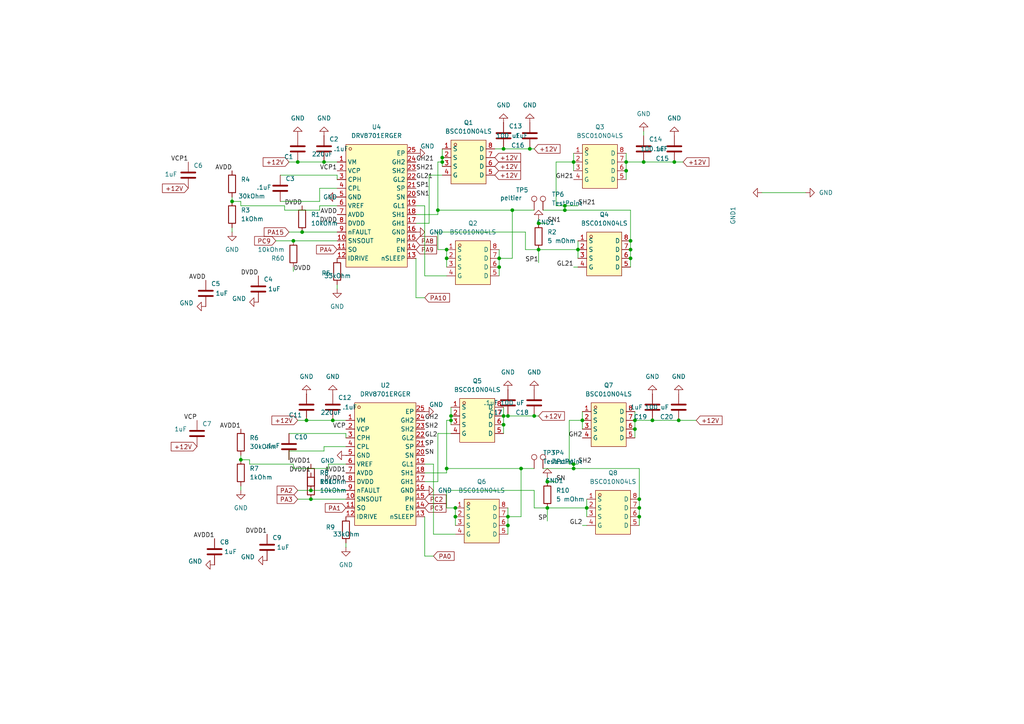
<source format=kicad_sch>
(kicad_sch (version 20250114) (generator "eeschema") (generator_version "9.0")
  (paper "A4")
  (lib_symbols
    (symbol "Connector:TestPoint" (pin_numbers (hide yes)) (pin_names (offset 0.762) (hide yes))
      (property "Reference" "TP" (at 0 6.858 0))
      (property "Value" "TestPoint" (at 0 5.08 0))
      (symbol "TestPoint_0_1"
        (circle (center 0 3.302) (radius 0.762))
      )
      (symbol "TestPoint_1_1"
        (pin passive line (at 0 0 90) (length 2.54) (name "1") (number "1"))
      )
    )
    (symbol "Device:C" (pin_numbers (hide yes)) (pin_names (offset 0.254))
      (property "Reference" "C" (at 0.635 2.54 0))
      (property "Value" "C" (at 0.635 -2.54 0))
      (symbol "C_0_1"
        (polyline (pts (xy -2.032 0.762) (xy 2.032 0.762)) (stroke (width 0.508)))
        (polyline (pts (xy -2.032 -0.762) (xy 2.032 -0.762)) (stroke (width 0.508)))
      )
      (symbol "C_1_1"
        (pin passive line (at 0 3.81 270) (length 2.794) (name "~") (number "1"))
        (pin passive line (at 0 -3.81 90) (length 2.794) (name "~") (number "2"))
      )
    )
    (symbol "Device:R" (pin_numbers (hide yes)) (pin_names (offset 0))
      (property "Reference" "R" (at 2.032 0 90))
      (property "Value" "R" (at 0 0 90))
      (symbol "R_0_1"
        (rectangle (start -1.016 -2.54) (end 1.016 2.54) (stroke (width 0.254)))
      )
      (symbol "R_1_1"
        (pin passive line (at 0 3.81 270) (length 1.27) (name "~") (number "1"))
        (pin passive line (at 0 -3.81 90) (length 1.27) (name "~") (number "2"))
      )
    )
    (symbol "easyeda2kicad:BSC010N04LS"
      (property "Reference" "Q" (at 0 10.16 0))
      (property "Value" "BSC010N04LS" (at 0 -7.62 0))
      (symbol "BSC010N04LS_0_1"
        (rectangle (start -5.08 7.62) (end 5.08 -5.08) (fill (type background)))
        (circle (center -3.81 6.35) (radius 0.38))
        (pin unspecified line (at -7.62 5.08 0) (length 2.54) (name "S") (number "1"))
        (pin unspecified line (at -7.62 2.54 0) (length 2.54) (name "S") (number "2"))
        (pin unspecified line (at -7.62 0 0) (length 2.54) (name "S") (number "3"))
        (pin unspecified line (at -7.62 -2.54 0) (length 2.54) (name "G") (number "4"))
        (pin unspecified line (at 7.62 5.08 180) (length 2.54) (name "D") (number "8"))
        (pin unspecified line (at 7.62 2.54 180) (length 2.54) (name "D") (number "7"))
        (pin unspecified line (at 7.62 0 180) (length 2.54) (name "D") (number "6"))
        (pin unspecified line (at 7.62 -2.54 180) (length 2.54) (name "D") (number "5"))
      )
    )
    (symbol "easyeda2kicad:DRV8701ERGER"
      (property "Reference" "U" (at 0 20.32 0))
      (property "Value" "DRV8701ERGER" (at 0 -20.32 0))
      (symbol "DRV8701ERGER_0_1"
        (rectangle (start -8.89 17.78) (end 8.89 -17.78) (fill (type background)))
        (circle (center -7.62 16.51) (radius 0.38))
        (pin unspecified line (at -11.43 12.7 0) (length 2.54) (name "VM") (number "1"))
        (pin unspecified line (at -11.43 10.16 0) (length 2.54) (name "VCP") (number "2"))
        (pin unspecified line (at -11.43 7.62 0) (length 2.54) (name "CPH") (number "3"))
        (pin unspecified line (at -11.43 5.08 0) (length 2.54) (name "CPL") (number "4"))
        (pin unspecified line (at -11.43 2.54 0) (length 2.54) (name "GND") (number "5"))
        (pin unspecified line (at -11.43 0 0) (length 2.54) (name "VREF") (number "6"))
        (pin unspecified line (at -11.43 -2.54 0) (length 2.54) (name "AVDD") (number "7"))
        (pin unspecified line (at -11.43 -5.08 0) (length 2.54) (name "DVDD") (number "8"))
        (pin unspecified line (at -11.43 -7.62 0) (length 2.54) (name "nFAULT") (number "9"))
        (pin unspecified line (at -11.43 -10.16 0) (length 2.54) (name "SNSOUT") (number "10"))
        (pin unspecified line (at -11.43 -12.7 0) (length 2.54) (name "SO") (number "11"))
        (pin unspecified line (at -11.43 -15.24 0) (length 2.54) (name "IDRIVE") (number "12"))
        (pin unspecified line (at 11.43 15.24 180) (length 2.54) (name "EP") (number "25"))
        (pin unspecified line (at 11.43 12.7 180) (length 2.54) (name "GH2") (number "24"))
        (pin unspecified line (at 11.43 10.16 180) (length 2.54) (name "SH2") (number "23"))
        (pin unspecified line (at 11.43 7.62 180) (length 2.54) (name "GL2") (number "22"))
        (pin unspecified line (at 11.43 5.08 180) (length 2.54) (name "SP") (number "21"))
        (pin unspecified line (at 11.43 2.54 180) (length 2.54) (name "SN") (number "20"))
        (pin unspecified line (at 11.43 0 180) (length 2.54) (name "GL1") (number "19"))
        (pin unspecified line (at 11.43 -2.54 180) (length 2.54) (name "SH1") (number "18"))
        (pin unspecified line (at 11.43 -5.08 180) (length 2.54) (name "GH1") (number "17"))
        (pin unspecified line (at 11.43 -7.62 180) (length 2.54) (name "GND") (number "16"))
        (pin unspecified line (at 11.43 -10.16 180) (length 2.54) (name "PH") (number "15"))
        (pin unspecified line (at 11.43 -12.7 180) (length 2.54) (name "EN") (number "14"))
        (pin unspecified line (at 11.43 -15.24 180) (length 2.54) (name "nSLEEP") (number "13"))
      )
    )
    (symbol "power:GND" (power) (pin_numbers (hide yes)) (pin_names (offset 0) (hide yes))
      (property "Value" "GND" (at 0 -3.81 0))
      (symbol "GND_0_1"
        (polyline (pts (xy 0 0) (xy 0 -1.27) (xy 1.27 -1.27) (xy 0 -2.54) (xy -1.27 -1.27) (xy 0 -1.27)))
      )
      (symbol "GND_1_1"
        (pin power_in line (at 0 0 270) (length 0) (name "~") (number "1"))
      )
    )
  )
  (junction (at 153.67 43.18))
  (junction (at 196.85 121.92))
  (junction (at 163.83 60.96))
  (junction (at 151.13 135.89))
  (junction (at 90.17 142.24))
  (junction (at 129.54 72.39))
  (junction (at 132.08 147.32))
  (junction (at 69.85 133.35))
  (junction (at 129.54 135.89))
  (junction (at 147.32 120.65))
  (junction (at 129.54 74.93))
  (junction (at 156.21 64.77))
  (junction (at 184.15 121.92))
  (junction (at 170.18 147.32))
  (junction (at 184.15 124.46))
  (junction (at 185.42 147.32))
  (junction (at 86.36 46.99))
  (junction (at 186.69 46.99))
  (junction (at 96.52 121.92))
  (junction (at 195.58 46.99))
  (junction (at 185.42 149.86))
  (junction (at 181.61 49.53))
  (junction (at 168.91 121.92))
  (junction (at 158.75 147.32))
  (junction (at 132.08 149.86))
  (junction (at 144.78 74.93))
  (junction (at 189.23 121.92))
  (junction (at 147.32 149.86))
  (junction (at 130.81 120.65))
  (junction (at 166.37 134.62))
  (junction (at 181.61 46.99))
  (junction (at 163.83 59.69))
  (junction (at 90.17 144.78))
  (junction (at 166.37 46.99))
  (junction (at 156.21 72.39))
  (junction (at 154.94 120.65))
  (junction (at 166.37 135.89))
  (junction (at 93.98 46.99))
  (junction (at 130.81 121.92))
  (junction (at 182.88 72.39))
  (junction (at 167.64 72.39))
  (junction (at 128.27 46.99))
  (junction (at 185.42 144.78))
  (junction (at 88.9 121.92))
  (junction (at 148.59 60.96))
  (junction (at 127 60.96))
  (junction (at 182.88 74.93))
  (junction (at 146.05 120.65))
  (junction (at 146.05 43.18))
  (junction (at 147.32 152.4))
  (junction (at 146.05 123.19))
  (junction (at 144.78 77.47))
  (junction (at 85.09 69.85))
  (junction (at 128.27 45.72))
  (junction (at 182.88 69.85))
  (junction (at 67.31 58.42))
  (junction (at 87.63 67.31))
  (junction (at 158.75 139.7))
  (wire (pts (xy 146.05 123.19) (xy 146.05 125.73)))
  (wire (pts (xy 123.19 59.69) (xy 120.65 59.69)))
  (wire (pts (xy 120.65 86.36) (xy 120.65 74.93)))
  (wire (pts (xy 123.19 139.7) (xy 127 139.7)))
  (wire (pts (xy 156.21 64.77) (xy 158.75 64.77)))
  (wire (pts (xy 147.32 120.65) (xy 154.94 120.65)))
  (wire (pts (xy 130.81 121.92) (xy 130.81 123.19)))
  (wire (pts (xy 125.73 134.62) (xy 123.19 134.62)))
  (wire (pts (xy 124.46 50.8) (xy 128.27 50.8)))
  (wire (pts (xy 185.42 135.89) (xy 166.37 135.89)))
  (wire (pts (xy 92.71 60.96) (xy 92.71 59.69)))
  (wire (pts (xy 86.36 142.24) (xy 90.17 142.24)))
  (wire (pts (xy 85.09 78.74) (xy 85.09 77.47)))
  (wire (pts (xy 168.91 121.92) (xy 168.91 124.46)))
  (wire (pts (xy 127 67.31) (xy 152.4 67.31)))
  (wire (pts (xy 92.71 54.61) (xy 97.79 54.61)))
  (wire (pts (xy 130.81 121.92) (xy 129.54 121.92)))
  (wire (pts (xy 181.61 44.45) (xy 181.61 46.99)))
  (wire (pts (xy 157.48 135.89) (xy 166.37 135.89)))
  (wire (pts (xy 167.64 134.62) (xy 166.37 134.62)))
  (wire (pts (xy 182.88 72.39) (xy 182.88 74.93)))
  (wire (pts (xy 151.13 135.89) (xy 154.94 135.89)))
  (wire (pts (xy 127 60.96) (xy 148.59 60.96)))
  (wire (pts (xy 67.31 66.04) (xy 67.31 67.31)))
  (wire (pts (xy 85.09 134.62) (xy 85.09 135.89)))
  (wire (pts (xy 100.33 157.48) (xy 100.33 158.75)))
  (wire (pts (xy 146.05 120.65) (xy 147.32 120.65)))
  (wire (pts (xy 97.79 50.8) (xy 97.79 52.07)))
  (wire (pts (xy 127 46.99) (xy 127 60.96)))
  (wire (pts (xy 86.36 46.99) (xy 93.98 46.99)))
  (wire (pts (xy 158.75 151.13) (xy 158.75 147.32)))
  (wire (pts (xy 181.61 49.53) (xy 181.61 52.07)))
  (wire (pts (xy 127 62.23) (xy 127 60.96)))
  (wire (pts (xy 186.69 46.99) (xy 195.58 46.99)))
  (wire (pts (xy 127 125.73) (xy 130.81 125.73)))
  (wire (pts (xy 152.4 72.39) (xy 156.21 72.39)))
  (wire (pts (xy 132.08 154.94) (xy 125.73 154.94)))
  (wire (pts (xy 93.98 129.54) (xy 100.33 129.54)))
  (wire (pts (xy 170.18 144.78) (xy 170.18 147.32)))
  (wire (pts (xy 163.83 59.69) (xy 163.83 60.96)))
  (wire (pts (xy 128.27 45.72) (xy 128.27 46.99)))
  (wire (pts (xy 161.29 46.99) (xy 161.29 59.69)))
  (wire (pts (xy 129.54 80.01) (xy 123.19 80.01)))
  (wire (pts (xy 148.59 74.93) (xy 144.78 74.93)))
  (wire (pts (xy 170.18 147.32) (xy 170.18 149.86)))
  (wire (pts (xy 67.31 57.15) (xy 67.31 58.42)))
  (wire (pts (xy 144.78 72.39) (xy 144.78 74.93)))
  (wire (pts (xy 100.33 125.73) (xy 100.33 127)))
  (wire (pts (xy 97.79 82.55) (xy 97.79 83.82)))
  (wire (pts (xy 125.73 161.29) (xy 123.19 161.29)))
  (wire (pts (xy 85.09 69.85) (xy 97.79 69.85)))
  (wire (pts (xy 123.19 86.36) (xy 120.65 86.36)))
  (wire (pts (xy 69.85 58.42) (xy 67.31 58.42)))
  (wire (pts (xy 83.82 67.31) (xy 87.63 67.31)))
  (wire (pts (xy 146.05 43.18) (xy 143.51 43.18)))
  (wire (pts (xy 129.54 147.32) (xy 129.54 142.24)))
  (wire (pts (xy 168.91 121.92) (xy 165.1 121.92)))
  (wire (pts (xy 189.23 121.92) (xy 196.85 121.92)))
  (wire (pts (xy 132.08 147.32) (xy 132.08 149.86)))
  (wire (pts (xy 129.54 74.93) (xy 129.54 77.47)))
  (wire (pts (xy 129.54 72.39) (xy 129.54 74.93)))
  (wire (pts (xy 146.05 120.65) (xy 146.05 123.19)))
  (wire (pts (xy 127 72.39) (xy 127 67.31)))
  (wire (pts (xy 182.88 69.85) (xy 182.88 72.39)))
  (wire (pts (xy 96.52 121.92) (xy 100.33 121.92)))
  (wire (pts (xy 69.85 59.69) (xy 69.85 58.42)))
  (wire (pts (xy 146.05 43.18) (xy 153.67 43.18)))
  (wire (pts (xy 166.37 46.99) (xy 166.37 49.53)))
  (wire (pts (xy 123.19 161.29) (xy 123.19 149.86)))
  (wire (pts (xy 127 62.23) (xy 120.65 62.23)))
  (wire (pts (xy 156.21 72.39) (xy 167.64 72.39)))
  (wire (pts (xy 81.28 50.8) (xy 97.79 50.8)))
  (wire (pts (xy 85.09 135.89) (xy 95.25 135.89)))
  (wire (pts (xy 185.42 144.78) (xy 185.42 147.32)))
  (wire (pts (xy 182.88 60.96) (xy 163.83 60.96)))
  (wire (pts (xy 158.75 147.32) (xy 170.18 147.32)))
  (wire (pts (xy 220.98 55.88) (xy 233.68 55.88)))
  (wire (pts (xy 148.59 60.96) (xy 154.94 60.96)))
  (wire (pts (xy 127 139.7) (xy 127 125.73)))
  (wire (pts (xy 88.9 121.92) (xy 96.52 121.92)))
  (wire (pts (xy 69.85 59.69) (xy 82.55 59.69)))
  (wire (pts (xy 86.36 144.78) (xy 90.17 144.78)))
  (wire (pts (xy 167.64 59.69) (xy 163.83 59.69)))
  (wire (pts (xy 148.59 60.96) (xy 148.59 74.93)))
  (wire (pts (xy 185.42 147.32) (xy 185.42 149.86)))
  (wire (pts (xy 166.37 46.99) (xy 161.29 46.99)))
  (wire (pts (xy 151.13 149.86) (xy 147.32 149.86)))
  (wire (pts (xy 90.17 144.78) (xy 100.33 144.78)))
  (wire (pts (xy 157.48 60.96) (xy 163.83 60.96)))
  (wire (pts (xy 158.75 139.7) (xy 161.29 139.7)))
  (wire (pts (xy 69.85 140.97) (xy 69.85 142.24)))
  (wire (pts (xy 184.15 121.92) (xy 189.23 121.92)))
  (wire (pts (xy 154.94 120.65) (xy 156.21 120.65)))
  (wire (pts (xy 95.25 135.89) (xy 95.25 134.62)))
  (wire (pts (xy 147.32 147.32) (xy 147.32 149.86)))
  (wire (pts (xy 129.54 137.16) (xy 129.54 135.89)))
  (wire (pts (xy 124.46 64.77) (xy 124.46 50.8)))
  (wire (pts (xy 129.54 147.32) (xy 132.08 147.32)))
  (wire (pts (xy 156.21 76.2) (xy 156.21 72.39)))
  (wire (pts (xy 90.17 142.24) (xy 100.33 142.24)))
  (wire (pts (xy 196.85 121.92) (xy 201.93 121.92)))
  (wire (pts (xy 182.88 74.93) (xy 182.88 77.47)))
  (wire (pts (xy 151.13 135.89) (xy 151.13 149.86)))
  (wire (pts (xy 127 72.39) (xy 129.54 72.39)))
  (wire (pts (xy 166.37 77.47) (xy 167.64 77.47)))
  (wire (pts (xy 83.82 130.81) (xy 83.82 133.35)))
  (wire (pts (xy 184.15 121.92) (xy 184.15 124.46)))
  (wire (pts (xy 83.82 125.73) (xy 100.33 125.73)))
  (wire (pts (xy 93.98 46.99) (xy 97.79 46.99)))
  (wire (pts (xy 158.75 138.43) (xy 158.75 139.7)))
  (wire (pts (xy 186.69 38.1) (xy 186.69 39.37)))
  (wire (pts (xy 128.27 43.18) (xy 128.27 45.72)))
  (wire (pts (xy 82.55 59.69) (xy 82.55 60.96)))
  (wire (pts (xy 92.71 58.42) (xy 92.71 54.61)))
  (wire (pts (xy 167.64 69.85) (xy 167.64 72.39)))
  (wire (pts (xy 165.1 121.92) (xy 165.1 134.62)))
  (wire (pts (xy 92.71 59.69) (xy 97.79 59.69)))
  (wire (pts (xy 69.85 132.08) (xy 69.85 133.35)))
  (wire (pts (xy 152.4 67.31) (xy 152.4 72.39)))
  (wire (pts (xy 167.64 72.39) (xy 167.64 74.93)))
  (wire (pts (xy 168.91 119.38) (xy 168.91 121.92)))
  (wire (pts (xy 146.05 118.11) (xy 146.05 120.65)))
  (wire (pts (xy 181.61 46.99) (xy 181.61 49.53)))
  (wire (pts (xy 87.63 67.31) (xy 97.79 67.31)))
  (wire (pts (xy 195.58 46.99) (xy 198.12 46.99)))
  (wire (pts (xy 129.54 121.92) (xy 129.54 135.89)))
  (wire (pts (xy 144.78 74.93) (xy 144.78 77.47)))
  (wire (pts (xy 95.25 134.62) (xy 100.33 134.62)))
  (wire (pts (xy 129.54 142.24) (xy 154.94 142.24)))
  (wire (pts (xy 161.29 59.69) (xy 163.83 59.69)))
  (wire (pts (xy 147.32 152.4) (xy 147.32 154.94)))
  (wire (pts (xy 86.36 121.92) (xy 88.9 121.92)))
  (wire (pts (xy 182.88 60.96) (xy 182.88 69.85)))
  (wire (pts (xy 130.81 120.65) (xy 130.81 121.92)))
  (wire (pts (xy 72.39 134.62) (xy 85.09 134.62)))
  (wire (pts (xy 153.67 43.18) (xy 154.94 43.18)))
  (wire (pts (xy 166.37 44.45) (xy 166.37 46.99)))
  (wire (pts (xy 154.94 147.32) (xy 158.75 147.32)))
  (wire (pts (xy 125.73 154.94) (xy 125.73 134.62)))
  (wire (pts (xy 129.54 135.89) (xy 151.13 135.89)))
  (wire (pts (xy 81.28 58.42) (xy 92.71 58.42)))
  (wire (pts (xy 128.27 46.99) (xy 127 46.99)))
  (wire (pts (xy 72.39 133.35) (xy 69.85 133.35)))
  (wire (pts (xy 168.91 152.4) (xy 170.18 152.4)))
  (wire (pts (xy 154.94 142.24) (xy 154.94 147.32)))
  (wire (pts (xy 120.65 64.77) (xy 124.46 64.77)))
  (wire (pts (xy 93.98 130.81) (xy 93.98 129.54)))
  (wire (pts (xy 156.21 63.5) (xy 156.21 64.77)))
  (wire (pts (xy 147.32 149.86) (xy 147.32 152.4)))
  (wire (pts (xy 132.08 149.86) (xy 132.08 152.4)))
  (wire (pts (xy 72.39 134.62) (xy 72.39 133.35)))
  (wire (pts (xy 144.78 77.47) (xy 144.78 80.01)))
  (wire (pts (xy 80.01 69.85) (xy 85.09 69.85)))
  (wire (pts (xy 82.55 60.96) (xy 92.71 60.96)))
  (wire (pts (xy 184.15 119.38) (xy 184.15 121.92)))
  (wire (pts (xy 130.81 118.11) (xy 130.81 120.65)))
  (wire (pts (xy 185.42 149.86) (xy 185.42 152.4)))
  (wire (pts (xy 83.82 46.99) (xy 86.36 46.99)))
  (wire (pts (xy 186.69 46.99) (xy 181.61 46.99)))
  (wire (pts (xy 166.37 134.62) (xy 166.37 135.89)))
  (wire (pts (xy 129.54 137.16) (xy 123.19 137.16)))
  (wire (pts (xy 123.19 80.01) (xy 123.19 59.69)))
  (wire (pts (xy 83.82 130.81) (xy 93.98 130.81)))
  (wire (pts (xy 185.42 135.89) (xy 185.42 144.78)))
  (wire (pts (xy 165.1 134.62) (xy 166.37 134.62)))
  (wire (pts (xy 128.27 46.99) (xy 128.27 48.26)))
  (wire (pts (xy 184.15 124.46) (xy 184.15 127)))
  (label "VCP1" (at 97.79 49.53 180))
  (label "GH21" (at 166.37 52.07 180))
  (label "GH2" (at 168.91 127 180))
  (label "DVDD1" (at 100.33 139.7 180))
  (label "SP1" (at 120.65 54.61 0))
  (label "SH21" (at 120.65 49.53 0))
  (label "AVDD" (at 97.79 62.23 180))
  (label "GL21" (at 120.65 52.07 0))
  (label "SH2" (at 123.19 124.46 0))
  (label "SP" (at 158.75 151.13 180))
  (label "SN1" (at 158.75 64.77 0))
  (label "GH2" (at 123.19 121.92 0))
  (label "VCP1" (at 54.61 46.99 180))
  (label "VCP" (at 57.15 121.92 180))
  (label "DVDD1" (at 77.47 154.94 180))
  (label "AVDD1" (at 100.33 137.16 180))
  (label "AVDD" (at 67.31 49.53 180))
  (label "SN1" (at 120.65 57.15 0))
  (label "SN" (at 123.19 132.08 0))
  (label "SP1" (at 156.21 76.2 180))
  (label "DVDD1" (at 90.17 134.62 180))
  (label "SN" (at 161.29 139.7 0))
  (label "AVDD1" (at 62.23 156.21 180))
  (label "DVDD" (at 74.93 80.01 180))
  (label "VCP" (at 100.33 124.46 180))
  (label "DVDD1" (at 90.17 137.16 180))
  (label "SP" (at 123.19 129.54 0))
  (label "DVDD" (at 85.09 78.74 0))
  (label "GL2" (at 123.19 127 0))
  (label "DVDD" (at 87.63 59.69 180))
  (label "AVDD" (at 59.69 81.28 180))
  (label "GL2" (at 168.91 152.4 180))
  (label "DVDD" (at 97.79 64.77 180))
  (label "GL21" (at 166.37 77.47 180))
  (label "SH2" (at 167.64 134.62 0))
  (label "GH21" (at 120.65 46.99 0))
  (label "SH21" (at 167.64 59.69 0))
  (label "AVDD1" (at 69.85 124.46 180))
  (global_label "PA9" (shape input) (at 120.65 72.39 0) (property "Intersheetrefs" "${INTERSHEET_REFS}" (effects (hide yes))))
  (global_label "+12V" (shape input) (at 57.15 129.54 180) (property "Intersheetrefs" "${INTERSHEET_REFS}" (effects (hide yes))))
  (global_label "PA1" (shape input) (at 100.33 147.32 180) (property "Intersheetrefs" "${INTERSHEET_REFS}" (effects (hide yes))))
  (global_label "PA0" (shape input) (at 125.73 161.29 0) (property "Intersheetrefs" "${INTERSHEET_REFS}" (effects (hide yes))))
  (global_label "+12V" (shape input) (at 154.94 43.18 0) (property "Intersheetrefs" "${INTERSHEET_REFS}" (effects (hide yes))))
  (global_label "+12V" (shape input) (at 83.82 46.99 180) (property "Intersheetrefs" "${INTERSHEET_REFS}" (effects (hide yes))))
  (global_label "+12V" (shape input) (at 156.21 120.65 0) (property "Intersheetrefs" "${INTERSHEET_REFS}" (effects (hide yes))))
  (global_label "PA15" (shape input) (at 83.82 67.31 180) (property "Intersheetrefs" "${INTERSHEET_REFS}" (effects (hide yes))))
  (global_label "PA2" (shape input) (at 86.36 142.24 180) (property "Intersheetrefs" "${INTERSHEET_REFS}" (effects (hide yes))))
  (global_label "PA10" (shape input) (at 123.19 86.36 0) (property "Intersheetrefs" "${INTERSHEET_REFS}" (effects (hide yes))))
  (global_label "+12V" (shape input) (at 54.61 54.61 180) (property "Intersheetrefs" "${INTERSHEET_REFS}" (effects (hide yes))))
  (global_label "PC9" (shape input) (at 80.01 69.85 180) (property "Intersheetrefs" "${INTERSHEET_REFS}" (effects (hide yes))))
  (global_label "+12V" (shape input) (at 143.51 50.8 0) (property "Intersheetrefs" "${INTERSHEET_REFS}" (effects (hide yes))))
  (global_label "PA3" (shape input) (at 86.36 144.78 180) (property "Intersheetrefs" "${INTERSHEET_REFS}" (effects (hide yes))))
  (global_label "PC2" (shape input) (at 123.19 144.78 0) (property "Intersheetrefs" "${INTERSHEET_REFS}" (effects (hide yes))))
  (global_label "PA4" (shape input) (at 97.79 72.39 180) (property "Intersheetrefs" "${INTERSHEET_REFS}" (effects (hide yes))))
  (global_label "PC3" (shape input) (at 123.19 147.32 0) (property "Intersheetrefs" "${INTERSHEET_REFS}" (effects (hide yes))))
  (global_label "+12V" (shape input) (at 143.51 48.26 0) (property "Intersheetrefs" "${INTERSHEET_REFS}" (effects (hide yes))))
  (global_label "+12V" (shape input) (at 201.93 121.92 0) (property "Intersheetrefs" "${INTERSHEET_REFS}" (effects (hide yes))))
  (global_label "PA8" (shape input) (at 120.65 69.85 0) (property "Intersheetrefs" "${INTERSHEET_REFS}" (effects (hide yes))))
  (global_label "+12V" (shape input) (at 143.51 45.72 0) (property "Intersheetrefs" "${INTERSHEET_REFS}" (effects (hide yes))))
  (global_label "+12V" (shape input) (at 198.12 46.99 0) (property "Intersheetrefs" "${INTERSHEET_REFS}" (effects (hide yes))))
  (global_label "+12V" (shape input) (at 86.36 121.92 180) (property "Intersheetrefs" "${INTERSHEET_REFS}" (effects (hide yes))))
  (symbol (lib_id "Device:C") (at 88.9 118.11 180) (unit 1)
    (property "Reference" "C11" (at 87.63 120.396 0) (effects (justify left)))
    (property "Value" "220uF" (at 99.06 119.634 0) (effects (justify left)))
    (property "Footprint" "Capacitor_SMD:CP_Elec_6.3x7.7" (effects (hide yes)))
    (property "Description" "Unpolarized capacitor" (effects (hide yes)))
  )
  (symbol (lib_id "Device:C") (at 77.47 158.75 0) (unit 1)
    (property "Reference" "C9" (at 78.994 155.956 0) (effects (justify left)))
    (property "Value" "1uF" (at 80.264 158.75 0) (effects (justify left)))
    (property "Footprint" "Capacitor_SMD:C_0603_1608Metric" (effects (hide yes)))
    (property "Description" "Unpolarized capacitor" (effects (hide yes)))
  )
  (symbol (lib_id "Device:C") (at 74.93 83.82 0) (unit 1)
    (property "Reference" "C4" (at 76.454 81.026 0) (effects (justify left)))
    (property "Value" "1uF" (at 77.724 83.82 0) (effects (justify left)))
    (property "Footprint" "Capacitor_SMD:C_0603_1608Metric" (effects (hide yes)))
    (property "Description" "Unpolarized capacitor" (effects (hide yes)))
  )
  (symbol (lib_id "Device:C") (at 189.23 118.11 180) (unit 1)
    (property "Reference" "C19" (at 187.706 120.904 0) (effects (justify left)))
    (property "Value" ".1uF" (at 186.436 118.11 0) (effects (justify left)))
    (property "Footprint" "Capacitor_SMD:C_0603_1608Metric" (effects (hide yes)))
    (property "Description" "Unpolarized capacitor" (effects (hide yes)))
  )
  (symbol (lib_id "Device:C") (at 62.23 160.02 0) (unit 1)
    (property "Reference" "C8" (at 63.754 157.226 0) (effects (justify left)))
    (property "Value" "1uF" (at 65.024 160.02 0) (effects (justify left)))
    (property "Footprint" "Capacitor_SMD:C_0603_1608Metric" (effects (hide yes)))
    (property "Description" "Unpolarized capacitor" (effects (hide yes)))
  )
  (symbol (lib_id "Device:R") (at 85.09 73.66 180) (unit 1)
    (property "Reference" "R60" (at 82.55 74.9301 0) (effects (justify left)))
    (property "Value" "10kOhm" (at 82.55 72.3901 0) (effects (justify left)))
    (property "Footprint" "Resistor_SMD:R_0603_1608Metric" (effects (hide yes)))
    (property "Description" "Resistor" (effects (hide yes)))
  )
  (symbol (lib_id "easyeda2kicad:BSC010N04LS") (at 177.8 149.86 0) (unit 1)
    (property "Reference" "Q8" (at 177.8 137.16 0))
    (property "Value" "BSC010N04LS" (at 177.8 139.7 0))
    (property "Footprint" "easyeda2kicad:PG-TDSON-8-FL_L5.0-W6.0-P1.27-LS6.2-BL" (effects (hide yes)))
    (property "Datasheet" "https://lcsc.com/product-detail/MOSFET_Infineon-Technologies-BSC010N04LS_C501508.html" (effects (hide yes)))
    (property "Description" "lowside 2" (effects (hide yes)))
    (property "LCSC Part" "C501508" (effects (hide yes)))
  )
  (symbol (lib_id "Device:C") (at 196.85 118.11 180) (unit 1)
    (property "Reference" "C20" (at 195.326 120.904 0) (effects (justify left)))
    (property "Value" "100 uF" (at 194.056 118.11 0) (effects (justify left)))
    (property "Footprint" "Capacitor_SMD:CP_Elec_5x5.4" (effects (hide yes)))
    (property "Description" "Unpolarized capacitor" (effects (hide yes)))
  )
  (symbol (lib_id "power:GND") (at 220.98 55.88 270) (unit 1)
    (property "Reference" "#PWR0182" (effects (hide yes)))
    (property "Value" "GND1" (at 212.598 62.484 0))
    (property "Description" "Power symbol creates a global label with name \"GND\" , ground" (effects (hide yes)))
  )
  (symbol (lib_id "Connector:TestPoint") (at 157.48 135.89 0) (unit 1)
    (property "Reference" "TP4" (at 160.02 131.3179 0) (effects (justify left)))
    (property "Value" "TestPoint" (at 160.02 133.8579 0) (effects (justify left)))
    (property "Footprint" "TestPoint:TestPoint_THTPad_D4.0mm_Drill2.0mm" (effects (hide yes)))
    (property "Description" "test point" (effects (hide yes)))
  )
  (symbol (lib_id "power:GND") (at 153.67 35.56 180) (unit 1)
    (property "Reference" "#PWR028" (effects (hide yes)))
    (property "Value" "GND" (at 153.67 30.48 0))
    (property "Description" "Power symbol creates a global label with name \"GND\" , ground" (effects (hide yes)))
  )
  (symbol (lib_id "Device:C") (at 186.69 43.18 0) (unit 1)
    (property "Reference" "C14" (at 188.214 40.386 0) (effects (justify left)))
    (property "Value" ".1uF" (at 189.484 43.18 0) (effects (justify left)))
    (property "Footprint" "Capacitor_SMD:C_0603_1608Metric" (effects (hide yes)))
    (property "Description" "Unpolarized capacitor" (effects (hide yes)))
  )
  (symbol (lib_id "easyeda2kicad:BSC010N04LS") (at 135.89 48.26 0) (unit 1)
    (property "Reference" "Q1" (at 135.89 35.56 0))
    (property "Value" "BSC010N04LS" (at 135.89 38.1 0))
    (property "Footprint" "easyeda2kicad:PG-TDSON-8-FL_L5.0-W6.0-P1.27-LS6.2-BL" (effects (hide yes)))
    (property "Datasheet" "https://lcsc.com/product-detail/MOSFET_Infineon-Technologies-BSC010N04LS_C501508.html" (effects (hide yes)))
    (property "Description" "High side 1" (effects (hide yes)))
    (property "LCSC Part" "C501508" (effects (hide yes)))
  )
  (symbol (lib_id "Device:C") (at 54.61 50.8 0) (unit 1)
    (property "Reference" "C6" (at 56.134 48.006 0) (effects (justify left)))
    (property "Value" "1uF" (at 47.752 50.546 0) (effects (justify left)))
    (property "Footprint" "Capacitor_SMD:C_0603_1608Metric" (effects (hide yes)))
    (property "Description" "Unpolarized capacitor" (effects (hide yes)))
  )
  (symbol (lib_id "power:GND") (at 233.68 55.88 90) (unit 1)
    (property "Reference" "#PWR0217" (effects (hide yes)))
    (property "Value" "GND" (at 237.49 55.8799 90) (effects (justify right)))
    (property "Description" "Power symbol creates a global label with name \"GND\" , ground" (effects (hide yes)))
  )
  (symbol (lib_id "Device:C") (at 81.28 54.61 0) (unit 1)
    (property "Reference" "C3" (at 82.804 51.816 0) (effects (justify left)))
    (property "Value" ".1uF" (at 74.422 54.356 0) (effects (justify left)))
    (property "Footprint" "Capacitor_SMD:C_0603_1608Metric" (effects (hide yes)))
    (property "Description" "Unpolarized capacitor" (effects (hide yes)))
  )
  (symbol (lib_id "power:GND") (at 154.94 113.03 180) (unit 1)
    (property "Reference" "#PWR030" (effects (hide yes)))
    (property "Value" "GND" (at 154.94 107.95 0))
    (property "Description" "Power symbol creates a global label with name \"GND\" , ground" (effects (hide yes)))
  )
  (symbol (lib_id "power:GND") (at 96.52 114.3 180) (unit 1)
    (property "Reference" "#PWR019" (effects (hide yes)))
    (property "Value" "GND" (at 96.52 109.22 0))
    (property "Description" "Power symbol creates a global label with name \"GND\" , ground" (effects (hide yes)))
  )
  (symbol (lib_id "Device:C") (at 195.58 43.18 180) (unit 1)
    (property "Reference" "C15" (at 194.056 45.974 0) (effects (justify left)))
    (property "Value" "100 uF" (at 192.786 43.18 0) (effects (justify left)))
    (property "Footprint" "Capacitor_SMD:CP_Elec_5x5.4" (effects (hide yes)))
    (property "Description" "Unpolarized capacitor" (effects (hide yes)))
  )
  (symbol (lib_id "power:GND") (at 77.47 162.56 270) (unit 1)
    (property "Reference" "#PWR016" (effects (hide yes)))
    (property "Value" "GND" (at 73.914 161.544 90) (effects (justify right)))
    (property "Description" "Power symbol creates a global label with name \"GND\" , ground" (effects (hide yes)))
  )
  (symbol (lib_id "Device:C") (at 153.67 39.37 180) (unit 1)
    (property "Reference" "C16" (at 152.146 42.164 0) (effects (justify left)))
    (property "Value" "100 uF" (at 150.876 39.37 0) (effects (justify left)))
    (property "Footprint" "Capacitor_SMD:CP_Elec_5x5.4" (effects (hide yes)))
    (property "Description" "Unpolarized capacitor" (effects (hide yes)))
  )
  (symbol (lib_id "Device:R") (at 69.85 128.27 0) (unit 1)
    (property "Reference" "R6" (at 72.39 126.9999 0) (effects (justify left)))
    (property "Value" "30kOhm" (at 72.39 129.5399 0) (effects (justify left)))
    (property "Footprint" "Resistor_SMD:R_0603_1608Metric" (effects (hide yes)))
    (property "Description" "Resistor" (effects (hide yes)))
  )
  (symbol (lib_id "power:GND") (at 86.36 39.37 180) (unit 1)
    (property "Reference" "#PWR06" (effects (hide yes)))
    (property "Value" "GND" (at 86.36 34.29 0))
    (property "Description" "Power symbol creates a global label with name \"GND\" , ground" (effects (hide yes)))
  )
  (symbol (lib_id "power:GND") (at 59.69 88.9 270) (unit 1)
    (property "Reference" "#PWR010" (effects (hide yes)))
    (property "Value" "GND" (at 56.134 87.884 90) (effects (justify right)))
    (property "Description" "Power symbol creates a global label with name \"GND\" , ground" (effects (hide yes)))
  )
  (symbol (lib_id "power:GND") (at 62.23 163.83 270) (unit 1)
    (property "Reference" "#PWR014" (effects (hide yes)))
    (property "Value" "GND" (at 58.674 162.814 90) (effects (justify right)))
    (property "Description" "Power symbol creates a global label with name \"GND\" , ground" (effects (hide yes)))
  )
  (symbol (lib_id "power:GND") (at 123.19 142.24 90) (unit 1)
    (property "Reference" "#PWR023" (effects (hide yes)))
    (property "Value" "GND" (at 127 142.2399 90) (effects (justify right)))
    (property "Description" "Power symbol creates a global label with name \"GND\" , ground" (effects (hide yes)))
  )
  (symbol (lib_id "easyeda2kicad:DRV8701ERGER") (at 111.76 134.62 0) (unit 1)
    (property "Reference" "U2" (at 111.76 111.76 0))
    (property "Value" "DRV8701ERGER" (at 111.76 114.3 0))
    (property "Footprint" "easyeda2kicad:VQFN-24_L4.0-W4.0-P0.50-BL-EP2.5" (effects (hide yes)))
    (property "Datasheet" "https://lcsc.com/product-detail/Motor-Drivers_Texas-Instruments_DRV8701ERGER_Texas-Instruments-Texas-Instruments-DRV8701ERGER_C90964.html" (effects (hide yes)))
    (property "LCSC Part" "C90964" (effects (hide yes)))
  )
  (symbol (lib_id "Device:R") (at 158.75 143.51 180) (unit 1)
    (property "Reference" "R10" (at 161.29 142.2399 0) (effects (justify right)))
    (property "Value" "5 mOhm" (at 161.29 144.7799 0) (effects (justify right)))
    (property "Footprint" "Resistor_SMD:R_2512_6332Metric" (effects (hide yes)))
    (property "Description" "Resistor" (effects (hide yes)))
  )
  (symbol (lib_id "Device:R") (at 67.31 53.34 0) (unit 1)
    (property "Reference" "R4" (at 69.85 52.0699 0) (effects (justify left)))
    (property "Value" "30kOhm" (at 69.088 56.896 0) (effects (justify left)))
    (property "Footprint" "Resistor_SMD:R_0603_1608Metric" (effects (hide yes)))
    (property "Description" "Resistor" (effects (hide yes)))
  )
  (symbol (lib_id "easyeda2kicad:BSC010N04LS") (at 173.99 49.53 0) (unit 1)
    (property "Reference" "Q3" (at 173.99 36.83 0))
    (property "Value" "BSC010N04LS" (at 173.99 39.37 0))
    (property "Footprint" "easyeda2kicad:PG-TDSON-8-FL_L5.0-W6.0-P1.27-LS6.2-BL" (effects (hide yes)))
    (property "Datasheet" "https://lcsc.com/product-detail/MOSFET_Infineon-Technologies-BSC010N04LS_C501508.html" (effects (hide yes)))
    (property "Description" "highside 2" (effects (hide yes)))
    (property "LCSC Part" "C501508" (effects (hide yes)))
  )
  (symbol (lib_id "power:GND") (at 97.79 57.15 270) (unit 1)
    (property "Reference" "#PWR05" (effects (hide yes)))
    (property "Value" "GND" (at 97.79 57.15 90) (effects (justify right)))
    (property "Description" "Power symbol creates a global label with name \"GND\" , ground" (effects (hide yes)))
  )
  (symbol (lib_id "Device:C") (at 57.15 125.73 0) (unit 1)
    (property "Reference" "C7" (at 58.674 122.936 0) (effects (justify left)))
    (property "Value" "1uF" (at 50.546 124.46 0) (effects (justify left)))
    (property "Footprint" "Capacitor_SMD:C_0603_1608Metric" (effects (hide yes)))
    (property "Description" "Unpolarized capacitor" (effects (hide yes)))
  )
  (symbol (lib_id "power:GND") (at 186.69 38.1 180) (unit 1)
    (property "Reference" "#PWR026" (effects (hide yes)))
    (property "Value" "GND" (at 186.69 33.02 0))
    (property "Description" "Power symbol creates a global label with name \"GND\" , ground" (effects (hide yes)))
  )
  (symbol (lib_id "power:GND") (at 100.33 132.08 270) (unit 1)
    (property "Reference" "#PWR020" (effects (hide yes)))
    (property "Value" "GND" (at 97.028 133.604 90) (effects (justify right)))
    (property "Description" "Power symbol creates a global label with name \"GND\" , ground" (effects (hide yes)))
  )
  (symbol (lib_id "power:GND") (at 100.33 158.75 0) (unit 1)
    (property "Reference" "#PWR021" (effects (hide yes)))
    (property "Value" "GND" (at 100.33 163.83 0))
    (property "Description" "Power symbol creates a global label with name \"GND\" , ground" (effects (hide yes)))
  )
  (symbol (lib_id "power:GND") (at 74.93 87.63 270) (unit 1)
    (property "Reference" "#PWR09" (effects (hide yes)))
    (property "Value" "GND" (at 71.374 86.614 90) (effects (justify right)))
    (property "Description" "Power symbol creates a global label with name \"GND\" , ground" (effects (hide yes)))
  )
  (symbol (lib_id "Device:C") (at 83.82 129.54 0) (unit 1)
    (property "Reference" "C10" (at 85.344 126.746 0) (effects (justify left)))
    (property "Value" ".1uF" (at 76.962 129.286 0) (effects (justify left)))
    (property "Footprint" "Capacitor_SMD:C_0603_1608Metric" (effects (hide yes)))
    (property "Description" "Unpolarized capacitor" (effects (hide yes)))
  )
  (symbol (lib_id "power:GND") (at 195.58 39.37 180) (unit 1)
    (property "Reference" "#PWR027" (effects (hide yes)))
    (property "Value" "GND" (at 195.58 34.29 0))
    (property "Description" "Power symbol creates a global label with name \"GND\" , ground" (effects (hide yes)))
  )
  (symbol (lib_id "power:GND") (at 93.98 39.37 180) (unit 1)
    (property "Reference" "#PWR07" (effects (hide yes)))
    (property "Value" "GND" (at 93.98 34.29 0))
    (property "Description" "Power symbol creates a global label with name \"GND\" , ground" (effects (hide yes)))
  )
  (symbol (lib_id "easyeda2kicad:DRV8701ERGER") (at 109.22 59.69 0) (unit 1)
    (property "Reference" "U4" (at 109.22 36.83 0))
    (property "Value" "DRV8701ERGER" (at 109.22 39.37 0))
    (property "Footprint" "easyeda2kicad:VQFN-24_L4.0-W4.0-P0.50-BL-EP2.5" (effects (hide yes)))
    (property "Datasheet" "https://lcsc.com/product-detail/Motor-Drivers_Texas-Instruments_DRV8701ERGER_Texas-Instruments-Texas-Instruments-DRV8701ERGER_C90964.html" (effects (hide yes)))
    (property "LCSC Part" "C90964" (effects (hide yes)))
  )
  (symbol (lib_id "Device:R") (at 97.79 78.74 0) (unit 1)
    (property "Reference" "R5" (at 93.218 79.248 0) (effects (justify left)))
    (property "Value" "33kOhm" (at 93.98 80.01 0) (effects (justify left)))
    (property "Footprint" "Resistor_SMD:R_0603_1608Metric" (effects (hide yes)))
    (property "Description" "Resistor" (effects (hide yes)))
  )
  (symbol (lib_id "power:GND") (at 120.65 67.31 90) (unit 1)
    (property "Reference" "#PWR08" (effects (hide yes)))
    (property "Value" "GND" (at 124.46 67.3099 90) (effects (justify right)))
    (property "Description" "Power symbol creates a global label with name \"GND\" , ground" (effects (hide yes)))
  )
  (symbol (lib_id "easyeda2kicad:BSC010N04LS") (at 139.7 152.4 0) (unit 1)
    (property "Reference" "Q6" (at 139.7 139.7 0))
    (property "Value" "BSC010N04LS" (at 139.7 142.24 0))
    (property "Footprint" "easyeda2kicad:PG-TDSON-8-FL_L5.0-W6.0-P1.27-LS6.2-BL" (effects (hide yes)))
    (property "Datasheet" "https://lcsc.com/product-detail/MOSFET_Infineon-Technologies-BSC010N04LS_C501508.html" (effects (hide yes)))
    (property "Description" "lowside 1" (effects (hide yes)))
    (property "LCSC Part" "C501508" (effects (hide yes)))
  )
  (symbol (lib_id "Device:R") (at 67.31 62.23 0) (unit 1)
    (property "Reference" "R3" (at 69.85 60.9599 0) (effects (justify left)))
    (property "Value" "1kOhm" (at 69.85 63.4999 0) (effects (justify left)))
    (property "Footprint" "Resistor_SMD:R_0603_1608Metric" (effects (hide yes)))
    (property "Description" "Resistor" (effects (hide yes)))
  )
  (symbol (lib_id "easyeda2kicad:BSC010N04LS") (at 175.26 74.93 0) (unit 1)
    (property "Reference" "Q4" (at 175.26 62.23 0))
    (property "Value" "BSC010N04LS" (at 175.26 64.77 0))
    (property "Footprint" "easyeda2kicad:PG-TDSON-8-FL_L5.0-W6.0-P1.27-LS6.2-BL" (effects (hide yes)))
    (property "Datasheet" "https://lcsc.com/product-detail/MOSFET_Infineon-Technologies-BSC010N04LS_C501508.html" (effects (hide yes)))
    (property "Description" "lowside 2" (effects (hide yes)))
    (property "LCSC Part" "C501508" (effects (hide yes)))
  )
  (symbol (lib_id "power:GND") (at 158.75 138.43 180) (unit 1)
    (property "Reference" "#PWR024" (effects (hide yes)))
    (property "Value" "GND1" (at 160.782 139.446 0))
    (property "Description" "Power symbol creates a global label with name \"GND\" , ground" (effects (hide yes)))
  )
  (symbol (lib_id "power:GND") (at 67.31 67.31 0) (unit 1)
    (property "Reference" "#PWR04" (effects (hide yes)))
    (property "Value" "GND" (at 67.31 72.39 0))
    (property "Description" "Power symbol creates a global label with name \"GND\" , ground" (effects (hide yes)))
  )
  (symbol (lib_id "easyeda2kicad:BSC010N04LS") (at 137.16 77.47 0) (unit 1)
    (property "Reference" "Q2" (at 137.16 64.77 0))
    (property "Value" "BSC010N04LS" (at 137.16 67.31 0))
    (property "Footprint" "easyeda2kicad:PG-TDSON-8-FL_L5.0-W6.0-P1.27-LS6.2-BL" (effects (hide yes)))
    (property "Datasheet" "https://lcsc.com/product-detail/MOSFET_Infineon-Technologies-BSC010N04LS_C501508.html" (effects (hide yes)))
    (property "Description" "lowside 1" (effects (hide yes)))
    (property "LCSC Part" "C501508" (effects (hide yes)))
  )
  (symbol (lib_id "Connector:TestPoint") (at 157.48 60.96 0) (unit 1)
    (property "Reference" "TP6" (at 160.02 56.3879 0) (effects (justify left)))
    (property "Value" "TestPoint" (at 160.02 58.9279 0) (effects (justify left)))
    (property "Footprint" "TestPoint:TestPoint_THTPad_D4.0mm_Drill2.0mm" (effects (hide yes)))
    (property "Description" "test point" (effects (hide yes)))
  )
  (symbol (lib_id "power:GND") (at 123.19 119.38 90) (unit 1)
    (property "Reference" "#PWR022" (effects (hide yes)))
    (property "Value" "GND" (at 124.46 117.348 90) (effects (justify right)))
    (property "Description" "Power symbol creates a global label with name \"GND\" , ground" (effects (hide yes)))
  )
  (symbol (lib_id "Device:C") (at 59.69 85.09 0) (unit 1)
    (property "Reference" "C5" (at 61.214 82.296 0) (effects (justify left)))
    (property "Value" "1uF" (at 62.484 85.09 0) (effects (justify left)))
    (property "Footprint" "Capacitor_SMD:C_0603_1608Metric" (effects (hide yes)))
    (property "Description" "Unpolarized capacitor" (effects (hide yes)))
  )
  (symbol (lib_id "Device:R") (at 69.85 137.16 0) (unit 1)
    (property "Reference" "R7" (at 72.39 135.8899 0) (effects (justify left)))
    (property "Value" "1kOhm" (at 72.39 138.4299 0) (effects (justify left)))
    (property "Footprint" "Resistor_SMD:R_0603_1608Metric" (effects (hide yes)))
    (property "Description" "Resistor" (effects (hide yes)))
  )
  (symbol (lib_id "Device:C") (at 146.05 39.37 0) (unit 1)
    (property "Reference" "C13" (at 147.574 36.576 0) (effects (justify left)))
    (property "Value" ".1uF" (at 148.844 39.37 0) (effects (justify left)))
    (property "Footprint" "Capacitor_SMD:C_0603_1608Metric" (effects (hide yes)))
    (property "Description" "Unpolarized capacitor" (effects (hide yes)))
  )
  (symbol (lib_id "Device:R") (at 90.17 140.97 0) (unit 1)
    (property "Reference" "R61" (at 92.71 139.6999 0) (effects (justify left)))
    (property "Value" "10kOhm" (at 92.71 142.2399 0) (effects (justify left)))
    (property "Footprint" "Resistor_SMD:R_0603_1608Metric" (effects (hide yes)))
    (property "Description" "Resistor" (effects (hide yes)))
  )
  (symbol (lib_id "power:GND") (at 156.21 63.5 180) (unit 1)
    (property "Reference" "#PWR01" (effects (hide yes)))
    (property "Value" "GND1" (at 158.242 64.516 0))
    (property "Description" "Power symbol creates a global label with name \"GND\" , ground" (effects (hide yes)))
  )
  (symbol (lib_id "power:GND") (at 97.79 83.82 0) (unit 1)
    (property "Reference" "#PWR03" (effects (hide yes)))
    (property "Value" "GND" (at 97.79 88.9 0))
    (property "Description" "Power symbol creates a global label with name \"GND\" , ground" (effects (hide yes)))
  )
  (symbol (lib_id "Device:R") (at 156.21 68.58 180) (unit 1)
    (property "Reference" "R2" (at 158.75 67.3099 0) (effects (justify right)))
    (property "Value" "5 mOhm" (at 158.75 69.8499 0) (effects (justify right)))
    (property "Footprint" "Resistor_SMD:R_2512_6332Metric" (effects (hide yes)))
    (property "Description" "Resistor" (effects (hide yes)))
  )
  (symbol (lib_id "Device:R") (at 90.17 138.43 0) (unit 1)
    (property "Reference" "R8" (at 92.71 137.1599 0) (effects (justify left)))
    (property "Value" "10kOhm" (at 92.71 139.6999 0) (effects (justify left)))
    (property "Footprint" "Resistor_SMD:R_0603_1608Metric" (effects (hide yes)))
    (property "Description" "Resistor" (effects (hide yes)))
  )
  (symbol (lib_id "power:GND") (at 189.23 114.3 180) (unit 1)
    (property "Reference" "#PWR031" (effects (hide yes)))
    (property "Value" "GND" (at 189.23 109.22 0))
    (property "Description" "Power symbol creates a global label with name \"GND\" , ground" (effects (hide yes)))
  )
  (symbol (lib_id "Connector:TestPoint") (at 154.94 135.89 0) (unit 1)
    (property "Reference" "TP3" (at 157.48 131.3179 0) (effects (justify left)))
    (property "Value" "TestPoint" (at 157.48 133.8579 0) (effects (justify left)))
    (property "Footprint" "TestPoint:TestPoint_THTPad_D4.0mm_Drill2.0mm" (effects (hide yes)))
    (property "Description" "test point" (effects (hide yes)))
  )
  (symbol (lib_id "power:GND") (at 196.85 114.3 180) (unit 1)
    (property "Reference" "#PWR032" (effects (hide yes)))
    (property "Value" "GND" (at 196.85 109.22 0))
    (property "Description" "Power symbol creates a global label with name \"GND\" , ground" (effects (hide yes)))
  )
  (symbol (lib_id "easyeda2kicad:BSC010N04LS") (at 138.43 123.19 0) (unit 1)
    (property "Reference" "Q5" (at 138.43 110.49 0))
    (property "Value" "BSC010N04LS" (at 138.43 113.03 0))
    (property "Footprint" "easyeda2kicad:PG-TDSON-8-FL_L5.0-W6.0-P1.27-LS6.2-BL" (effects (hide yes)))
    (property "Datasheet" "https://lcsc.com/product-detail/MOSFET_Infineon-Technologies-BSC010N04LS_C501508.html" (effects (hide yes)))
    (property "Description" "High side 1" (effects (hide yes)))
    (property "LCSC Part" "C501508" (effects (hide yes)))
  )
  (symbol (lib_id "power:GND") (at 88.9 114.3 180) (unit 1)
    (property "Reference" "#PWR017" (effects (hide yes)))
    (property "Value" "GND" (at 88.9 109.22 0))
    (property "Description" "Power symbol creates a global label with name \"GND\" , ground" (effects (hide yes)))
  )
  (symbol (lib_id "Device:R") (at 100.33 153.67 0) (unit 1)
    (property "Reference" "R9" (at 94.488 152.908 0) (effects (justify left)))
    (property "Value" "33kOhm" (at 96.52 154.94 0) (effects (justify left)))
    (property "Footprint" "Resistor_SMD:R_0603_1608Metric" (effects (hide yes)))
    (property "Description" "Resistor" (effects (hide yes)))
  )
  (symbol (lib_id "Device:C") (at 86.36 43.18 180) (unit 1)
    (property "Reference" "C1" (at 85.09 45.466 0) (effects (justify left)))
    (property "Value" "220uF" (at 96.52 44.704 0) (effects (justify left)))
    (property "Footprint" "Capacitor_SMD:CP_Elec_6.3x7.7" (effects (hide yes)))
    (property "Description" "Unpolarized capacitor" (effects (hide yes)))
  )
  (symbol (lib_id "Device:C") (at 147.32 116.84 180) (unit 1)
    (property "Reference" "C17" (at 145.796 119.634 0) (effects (justify left)))
    (property "Value" ".1uF" (at 144.526 116.84 0) (effects (justify left)))
    (property "Footprint" "Capacitor_SMD:C_0603_1608Metric" (effects (hide yes)))
    (property "Description" "Unpolarized capacitor" (effects (hide yes)))
  )
  (symbol (lib_id "power:GND") (at 147.32 113.03 180) (unit 1)
    (property "Reference" "#PWR029" (effects (hide yes)))
    (property "Value" "GND" (at 147.32 107.95 0))
    (property "Description" "Power symbol creates a global label with name \"GND\" , ground" (effects (hide yes)))
  )
  (symbol (lib_id "Device:R") (at 87.63 63.5 0) (unit 1)
    (property "Reference" "R1" (at 90.17 62.2299 0) (effects (justify left)))
    (property "Value" "10kOhm" (at 90.17 64.7699 0) (effects (justify left)))
    (property "Footprint" "Resistor_SMD:R_0603_1608Metric" (effects (hide yes)))
    (property "Description" "Resistor" (effects (hide yes)))
  )
  (symbol (lib_id "Connector:TestPoint") (at 154.94 60.96 0) (unit 1)
    (property "Reference" "TP5" (at 149.606 55.118 0) (effects (justify left)))
    (property "Value" "peltier" (at 145.034 57.404 0) (effects (justify left)))
    (property "Footprint" "TestPoint:TestPoint_THTPad_D4.0mm_Drill2.0mm" (effects (hide yes)))
    (property "Description" "test point" (effects (hide yes)))
  )
  (symbol (lib_id "power:GND") (at 146.05 35.56 180) (unit 1)
    (property "Reference" "#PWR025" (effects (hide yes)))
    (property "Value" "GND" (at 146.05 30.48 0))
    (property "Description" "Power symbol creates a global label with name \"GND\" , ground" (effects (hide yes)))
  )
  (symbol (lib_id "easyeda2kicad:BSC010N04LS") (at 176.53 124.46 0) (unit 1)
    (property "Reference" "Q7" (at 176.53 111.76 0))
    (property "Value" "BSC010N04LS" (at 176.53 114.3 0))
    (property "Footprint" "easyeda2kicad:PG-TDSON-8-FL_L5.0-W6.0-P1.27-LS6.2-BL" (effects (hide yes)))
    (property "Datasheet" "https://lcsc.com/product-detail/MOSFET_Infineon-Technologies-BSC010N04LS_C501508.html" (effects (hide yes)))
    (property "Description" "highside 2" (effects (hide yes)))
    (property "LCSC Part" "C501508" (effects (hide yes)))
  )
  (symbol (lib_id "power:GND") (at 120.65 44.45 90) (unit 1)
    (property "Reference" "#PWR012" (effects (hide yes)))
    (property "Value" "GND" (at 121.92 42.418 90) (effects (justify right)))
    (property "Description" "Power symbol creates a global label with name \"GND\" , ground" (effects (hide yes)))
  )
  (symbol (lib_id "Device:C") (at 154.94 116.84 180) (unit 1)
    (property "Reference" "C18" (at 153.416 119.634 0) (effects (justify left)))
    (property "Value" "100 uF" (at 152.146 116.84 0) (effects (justify left)))
    (property "Footprint" "Capacitor_SMD:CP_Elec_5x5.4" (effects (hide yes)))
    (property "Description" "Unpolarized capacitor" (effects (hide yes)))
  )
  (symbol (lib_id "Device:C") (at 93.98 43.18 0) (unit 1)
    (property "Reference" "C2" (at 95.504 40.386 0) (effects (justify left)))
    (property "Value" ".1uF" (at 96.774 43.18 0) (effects (justify left)))
    (property "Footprint" "Capacitor_SMD:C_0603_1608Metric" (effects (hide yes)))
    (property "Description" "Unpolarized capacitor" (effects (hide yes)))
  )
  (symbol (lib_id "power:GND") (at 69.85 142.24 0) (unit 1)
    (property "Reference" "#PWR015" (effects (hide yes)))
    (property "Value" "GND" (at 69.85 147.32 0))
    (property "Description" "Power symbol creates a global label with name \"GND\" , ground" (effects (hide yes)))
  )
  (symbol (lib_id "Device:C") (at 96.52 118.11 0) (unit 1)
    (property "Reference" "C12" (at 98.044 115.316 0) (effects (justify left)))
    (property "Value" ".1uF" (at 99.314 118.11 0) (effects (justify left)))
    (property "Footprint" "Capacitor_SMD:C_0603_1608Metric" (effects (hide yes)))
    (property "Description" "Unpolarized capacitor" (effects (hide yes)))
  )
)
</source>
